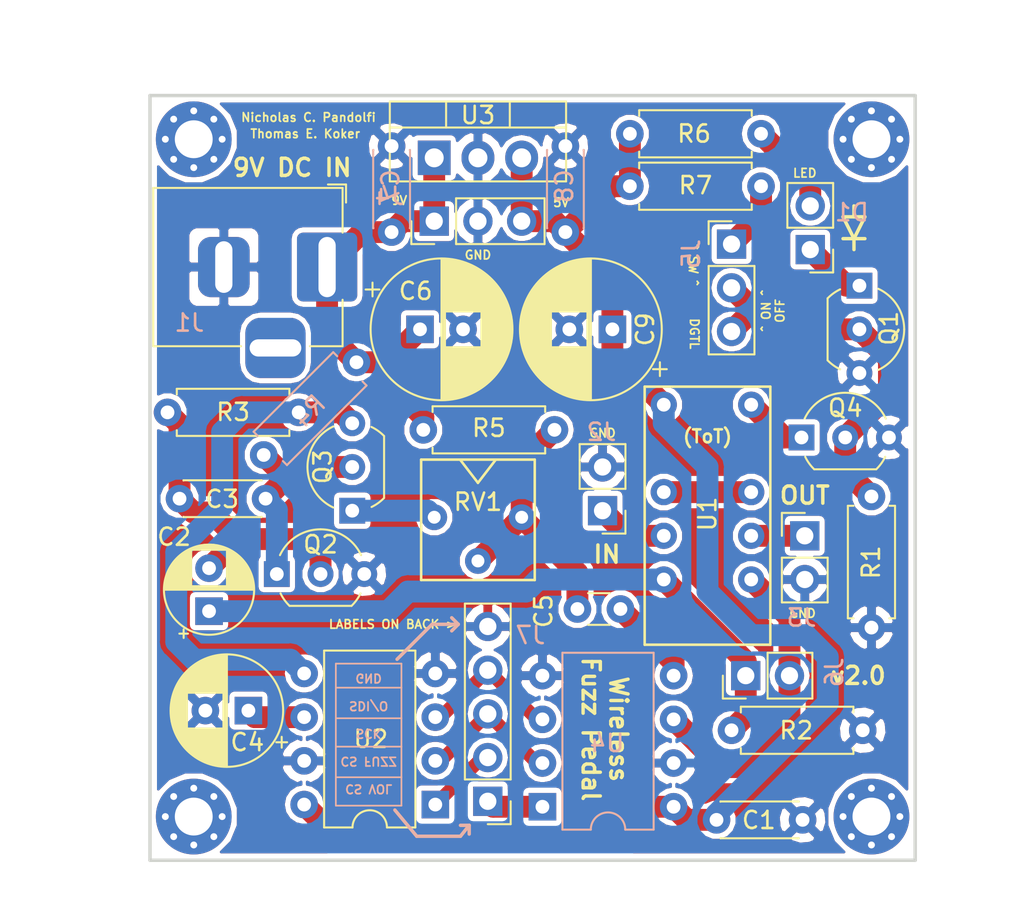
<source format=kicad_pcb>
(kicad_pcb (version 20171130) (host pcbnew "(5.0.2)-1")
  (layers (0 F.Cu signal) (31 B.Cu signal) (34 B.Paste user hide) (35 F.Paste user hide) (36 B.SilkS user) (37 F.SilkS user) (38 B.Mask user) (39 F.Mask user) (44 Edge.Cuts user))
  (net 0 "")
  (net 1 GND)
  (net 2 "Net-(Q3-Pad3)")
  (net 3 "Net-(Q3-Pad1)")
  (net 4 "Net-(D1-Pad1)")
  (net 5 ON-OFF)
  (net 6 "Net-(C2-Pad2)")
  (net 7 "Net-(C3-Pad2)")
  (net 8 "Net-(Q4-Pad1)")
  (net 9 FUZZ_IN)
  (net 10 +9V)
  (net 11 "Net-(C5-Pad1)")
  (net 12 "Net-(D1-Pad2)")
  (net 13 +5V)
  (net 14 "Net-(C4-Pad1)")
  (net 15 FUZZ_OUT)
  (net 16 "Net-(C5-Pad2)")
  (net 17 PASS)
  (net 18 CS_FUZZ)
  (net 19 CS_VOL)
  (net 20 SCK)
  (net 21 SDIO)
  (net 22 IN_T)
  (net 23 OUT_T)
  (net 24 "Net-(J5-Pad1)")
  (module custom_footprints:BarrelJack_Horizontal (layer F.Cu) (at 60.452 44.8945)
    (fp_text reference J1 (at -8.001 3.2385) (layer B.SilkS) (effects (justify mirror)))
    (fp_text value Jack-DC)
    (pad 1 thru_hole roundrect (at 0 0) (size 3.5 4) (drill oval 1 3.5) (layers *.Cu *.Mask) (roundrect_rratio 0.1) (net 10 +9V))
    (pad 2 thru_hole roundrect (at -6 0) (size 3 3.5) (drill oval 1 3) (layers *.Cu *.Mask) (net 1 GND))
    (pad 3 thru_hole roundrect (at -3 4.7) (size 3.5 3.5) (drill oval 3 1) (layers *.Cu *.Mask))
  )
  (module Capacitor_THT:CP_Radial_D5.0mm_P2.50mm (layer F.Cu) (at 53.594 64.897 90)
    (fp_text reference C2 (at 4.318 -2.032) (layer F.SilkS))
    (fp_text value 4.7u)
    (pad 1 thru_hole rect (at 0 0 90) (size 1.6 1.6) (drill 0.8) (layers *.Cu *.Mask) (net 9 FUZZ_IN))
    (pad 2 thru_hole circle (at 2.5 0 90) (size 1.6 1.6) (drill 0.8) (layers *.Cu *.Mask) (net 6 "Net-(C2-Pad2)"))
  )
  (module Capacitor_THT:C_Disc_D4.3mm_W1.9mm_P5.00mm (layer F.Cu) (at 51.8795 58.3565)
    (fp_text reference C3 (at 2.472105 0.02634) (layer F.SilkS))
    (fp_text value 150p)
    (pad 1 thru_hole circle (at 0 0) (size 1.6 1.6) (drill 0.8) (layers *.Cu *.Mask) (net 6 "Net-(C2-Pad2)"))
    (pad 2 thru_hole circle (at 5 0) (size 1.6 1.6) (drill 0.8) (layers *.Cu *.Mask) (net 7 "Net-(C3-Pad2)"))
  )
  (module Capacitor_THT:CP_Radial_D6.3mm_P2.50mm (layer F.Cu) (at 55.88 70.6755 180)
    (fp_text reference C4 (at 0.0635 -1.8415 180) (layer F.SilkS))
    (fp_text value 22u)
    (pad 1 thru_hole rect (at 0 0 180) (size 1.6 1.6) (drill 0.8) (layers *.Cu *.Mask) (net 14 "Net-(C4-Pad1)"))
    (pad 2 thru_hole circle (at 2.5 0 180) (size 1.6 1.6) (drill 0.8) (layers *.Cu *.Mask) (net 1 GND))
  )
  (module Capacitor_THT:C_Disc_D3.0mm_W1.6mm_P2.50mm (layer F.Cu) (at 74.9935 64.77)
    (fp_text reference C5 (at -1.9685 0.127 90) (layer F.SilkS))
    (fp_text value 10n)
    (pad 1 thru_hole circle (at 0 0) (size 1.6 1.6) (drill 0.8) (layers *.Cu *.Mask) (net 11 "Net-(C5-Pad1)"))
    (pad 2 thru_hole circle (at 2.5 0) (size 1.6 1.6) (drill 0.8) (layers *.Cu *.Mask) (net 16 "Net-(C5-Pad2)"))
  )
  (module Capacitor_THT:CP_Radial_D8.0mm_P2.50mm (layer F.Cu) (at 65.8495 48.514)
    (fp_text reference C6 (at -0.254 -2.2225) (layer F.SilkS))
    (fp_text value 47u)
    (pad 2 thru_hole circle (at 2.5 0) (size 1.6 1.6) (drill 0.8) (layers *.Cu *.Mask) (net 1 GND))
    (pad 1 thru_hole rect (at 0 0) (size 1.6 1.6) (drill 0.8) (layers *.Cu *.Mask) (net 10 +9V))
  )
  (module Capacitor_THT:C_Disc_D4.3mm_W1.9mm_P5.00mm (layer B.Cu) (at 64.1985 42.8625 90)
    (fp_text reference C7 (at 2.667 -0.0635 90) (layer B.SilkS) (effects (justify mirror)))
    (fp_text value 1u)
    (pad 1 thru_hole circle (at 0 0 90) (size 1.6 1.6) (drill 0.8) (layers *.Cu *.Mask) (net 10 +9V))
    (pad 2 thru_hole circle (at 5 0 90) (size 1.6 1.6) (drill 0.8) (layers *.Cu *.Mask) (net 1 GND))
  )
  (module Capacitor_THT:C_Disc_D4.3mm_W1.9mm_P5.00mm (layer B.Cu) (at 74.295 42.8625 90)
    (fp_text reference C8 (at 2.667 -0.0635 90) (layer B.SilkS) (effects (justify mirror)))
    (fp_text value 1u)
    (pad 2 thru_hole circle (at 5 0 90) (size 1.6 1.6) (drill 0.8) (layers *.Cu *.Mask) (net 1 GND))
    (pad 1 thru_hole circle (at 0 0 90) (size 1.6 1.6) (drill 0.8) (layers *.Cu *.Mask) (net 13 +5V))
  )
  (module Capacitor_THT:CP_Radial_D8.0mm_P2.50mm (layer F.Cu) (at 77.0255 48.514 180)
    (fp_text reference C9 (at -1.905 0 270) (layer F.SilkS))
    (fp_text value 47u)
    (pad 1 thru_hole rect (at 0 0 180) (size 1.6 1.6) (drill 0.8) (layers *.Cu *.Mask) (net 13 +5V))
    (pad 2 thru_hole circle (at 2.5 0 180) (size 1.6 1.6) (drill 0.8) (layers *.Cu *.Mask) (net 1 GND))
  )
  (module Connector_PinHeader_2.54mm:PinHeader_1x02_P2.54mm_Vertical (layer F.Cu) (at 88.519 43.8785 180)
    (fp_text reference D1 (at -2.413 2.159 180) (layer B.SilkS) (effects (justify mirror)))
    (fp_text value LED_ALT)
    (pad 2 thru_hole oval (at 0 2.54 180) (size 1.7 1.7) (drill 1) (layers *.Cu *.Mask) (net 12 "Net-(D1-Pad2)"))
    (pad 1 thru_hole rect (at 0 0 180) (size 1.7 1.7) (drill 1) (layers *.Cu *.Mask) (net 4 "Net-(D1-Pad1)"))
  )
  (module MountingHole:MountingHole_2.2mm_M2_Pad_Via (layer F.Cu) (at 92.075 37.465)
    (fp_text reference H1 (at 0 0) (layer F.SilkS))
    (fp_text value MountingHole)
    (pad 1 thru_hole circle (at 0 0) (size 4.4 4.4) (drill 2.2) (layers *.Cu *.Mask))
    (pad 1 thru_hole circle (at 1.65 0) (size 0.7 0.7) (drill 0.4) (layers *.Cu *.Mask))
    (pad 1 thru_hole circle (at 1.166726 1.166726) (size 0.7 0.7) (drill 0.4) (layers *.Cu *.Mask))
    (pad 1 thru_hole circle (at 0 1.65) (size 0.7 0.7) (drill 0.4) (layers *.Cu *.Mask))
    (pad 1 thru_hole circle (at -1.166726 1.166726) (size 0.7 0.7) (drill 0.4) (layers *.Cu *.Mask))
    (pad 1 thru_hole circle (at -1.65 0) (size 0.7 0.7) (drill 0.4) (layers *.Cu *.Mask))
    (pad 1 thru_hole circle (at -1.166726 -1.166726) (size 0.7 0.7) (drill 0.4) (layers *.Cu *.Mask))
    (pad 1 thru_hole circle (at 0 -1.65) (size 0.7 0.7) (drill 0.4) (layers *.Cu *.Mask))
    (pad 1 thru_hole circle (at 1.166726 -1.166726) (size 0.7 0.7) (drill 0.4) (layers *.Cu *.Mask))
  )
  (module MountingHole:MountingHole_2.2mm_M2_Pad_Via (layer F.Cu) (at 52.705 37.465)
    (fp_text reference H2 (at 0 0) (layer F.SilkS))
    (fp_text value MountingHole)
    (pad 1 thru_hole circle (at 0 0) (size 4.4 4.4) (drill 2.2) (layers *.Cu *.Mask))
    (pad 1 thru_hole circle (at 1.65 0) (size 0.7 0.7) (drill 0.4) (layers *.Cu *.Mask))
    (pad 1 thru_hole circle (at 1.166726 1.166726) (size 0.7 0.7) (drill 0.4) (layers *.Cu *.Mask))
    (pad 1 thru_hole circle (at 0 1.65) (size 0.7 0.7) (drill 0.4) (layers *.Cu *.Mask))
    (pad 1 thru_hole circle (at -1.166726 1.166726) (size 0.7 0.7) (drill 0.4) (layers *.Cu *.Mask))
    (pad 1 thru_hole circle (at -1.65 0) (size 0.7 0.7) (drill 0.4) (layers *.Cu *.Mask))
    (pad 1 thru_hole circle (at -1.166726 -1.166726) (size 0.7 0.7) (drill 0.4) (layers *.Cu *.Mask))
    (pad 1 thru_hole circle (at 0 -1.65) (size 0.7 0.7) (drill 0.4) (layers *.Cu *.Mask))
    (pad 1 thru_hole circle (at 1.166726 -1.166726) (size 0.7 0.7) (drill 0.4) (layers *.Cu *.Mask))
  )
  (module MountingHole:MountingHole_2.2mm_M2_Pad_Via (layer F.Cu) (at 92.075 76.835)
    (fp_text reference H3 (at -0.0635 0) (layer F.SilkS))
    (fp_text value MountingHole)
    (pad 1 thru_hole circle (at 1.166726 -1.166726) (size 0.7 0.7) (drill 0.4) (layers *.Cu *.Mask))
    (pad 1 thru_hole circle (at 0 -1.65) (size 0.7 0.7) (drill 0.4) (layers *.Cu *.Mask))
    (pad 1 thru_hole circle (at -1.166726 -1.166726) (size 0.7 0.7) (drill 0.4) (layers *.Cu *.Mask))
    (pad 1 thru_hole circle (at -1.65 0) (size 0.7 0.7) (drill 0.4) (layers *.Cu *.Mask))
    (pad 1 thru_hole circle (at -1.166726 1.166726) (size 0.7 0.7) (drill 0.4) (layers *.Cu *.Mask))
    (pad 1 thru_hole circle (at 0 1.65) (size 0.7 0.7) (drill 0.4) (layers *.Cu *.Mask))
    (pad 1 thru_hole circle (at 1.166726 1.166726) (size 0.7 0.7) (drill 0.4) (layers *.Cu *.Mask))
    (pad 1 thru_hole circle (at 1.65 0) (size 0.7 0.7) (drill 0.4) (layers *.Cu *.Mask))
    (pad 1 thru_hole circle (at 0 0) (size 4.4 4.4) (drill 2.2) (layers *.Cu *.Mask))
  )
  (module MountingHole:MountingHole_2.2mm_M2_Pad_Via (layer F.Cu) (at 52.705 76.835)
    (fp_text reference H4 (at 0 0) (layer F.SilkS))
    (fp_text value MountingHole)
    (pad 1 thru_hole circle (at 0 0) (size 4.4 4.4) (drill 2.2) (layers *.Cu *.Mask))
    (pad 1 thru_hole circle (at 1.65 0) (size 0.7 0.7) (drill 0.4) (layers *.Cu *.Mask))
    (pad 1 thru_hole circle (at 1.166726 1.166726) (size 0.7 0.7) (drill 0.4) (layers *.Cu *.Mask))
    (pad 1 thru_hole circle (at 0 1.65) (size 0.7 0.7) (drill 0.4) (layers *.Cu *.Mask))
    (pad 1 thru_hole circle (at -1.166726 1.166726) (size 0.7 0.7) (drill 0.4) (layers *.Cu *.Mask))
    (pad 1 thru_hole circle (at -1.65 0) (size 0.7 0.7) (drill 0.4) (layers *.Cu *.Mask))
    (pad 1 thru_hole circle (at -1.166726 -1.166726) (size 0.7 0.7) (drill 0.4) (layers *.Cu *.Mask))
    (pad 1 thru_hole circle (at 0 -1.65) (size 0.7 0.7) (drill 0.4) (layers *.Cu *.Mask))
    (pad 1 thru_hole circle (at 1.166726 -1.166726) (size 0.7 0.7) (drill 0.4) (layers *.Cu *.Mask))
  )
  (module Connector_PinHeader_2.54mm:PinHeader_1x02_P2.54mm_Vertical (layer F.Cu) (at 76.454 59.055 180)
    (fp_text reference J2 (at 0.0635 4.572) (layer B.SilkS) (effects (justify mirror)))
    (fp_text value Conn_01x02)
    (pad 1 thru_hole rect (at 0 0 180) (size 1.7 1.7) (drill 1) (layers *.Cu *.Mask) (net 22 IN_T))
    (pad 2 thru_hole oval (at 0 2.54 180) (size 1.7 1.7) (drill 1) (layers *.Cu *.Mask) (net 1 GND))
  )
  (module Connector_PinHeader_2.54mm:PinHeader_1x02_P2.54mm_Vertical (layer F.Cu) (at 88.2015 60.5155)
    (fp_text reference J3 (at -0.1905 4.7625 -180) (layer B.SilkS) (effects (justify mirror)))
    (fp_text value Conn_01x02)
    (pad 2 thru_hole oval (at 0 2.54) (size 1.7 1.7) (drill 1) (layers *.Cu *.Mask) (net 1 GND))
    (pad 1 thru_hole rect (at 0 0) (size 1.7 1.7) (drill 1) (layers *.Cu *.Mask) (net 23 OUT_T))
  )
  (module Connector_PinHeader_2.54mm:PinHeader_1x03_P2.54mm_Vertical (layer F.Cu) (at 66.675 42.2275 90)
    (fp_text reference J4 (at 1.4605 -2.6035) (layer B.SilkS) (effects (justify mirror)))
    (fp_text value Conn_01x03)
    (pad 3 thru_hole oval (at 0 5.08 90) (size 1.7 1.7) (drill 1) (layers *.Cu *.Mask) (net 13 +5V))
    (pad 2 thru_hole oval (at 0 2.54 90) (size 1.7 1.7) (drill 1) (layers *.Cu *.Mask) (net 1 GND))
    (pad 1 thru_hole rect (at 0 0 90) (size 1.7 1.7) (drill 1) (layers *.Cu *.Mask) (net 10 +9V))
  )
  (module Connector_PinHeader_2.54mm:PinHeader_1x03_P2.54mm_Vertical (layer F.Cu) (at 83.947 43.561)
    (fp_text reference J5 (at -2.3495 0.5715 -90) (layer B.SilkS) (effects (justify mirror)))
    (fp_text value Conn_01x03)
    (pad 3 thru_hole oval (at 0 5.08) (size 1.7 1.7) (drill 1) (layers *.Cu *.Mask) (net 5 ON-OFF))
    (pad 2 thru_hole oval (at 0 2.54) (size 1.7 1.7) (drill 1) (layers *.Cu *.Mask) (net 5 ON-OFF))
    (pad 1 thru_hole rect (at 0 0) (size 1.7 1.7) (drill 1) (layers *.Cu *.Mask) (net 24 "Net-(J5-Pad1)"))
  )
  (module Connector_PinHeader_2.54mm:PinHeader_1x02_P2.54mm_Vertical (layer F.Cu) (at 84.7725 68.6435 90)
    (fp_text reference J6 (at 0.1905 5.1435 90) (layer B.SilkS) (effects (justify mirror)))
    (fp_text value Conn_01x02)
    (pad 2 thru_hole oval (at 0 2.54 90) (size 1.7 1.7) (drill 1) (layers *.Cu *.Mask) (net 15 FUZZ_OUT))
    (pad 1 thru_hole rect (at 0 0 90) (size 1.7 1.7) (drill 1) (layers *.Cu *.Mask) (net 9 FUZZ_IN))
  )
  (module Package_TO_SOT_THT:TO-92_Inline_Wide (layer F.Cu) (at 91.3765 45.974 270)
    (fp_text reference Q1 (at 2.4765 -1.7145 90) (layer F.SilkS))
    (fp_text value BS170)
    (pad 2 thru_hole circle (at 2.54 0) (size 1.5 1.5) (drill 0.8) (layers *.Cu *.Mask) (net 5 ON-OFF))
    (pad 3 thru_hole circle (at 5.08 0) (size 1.5 1.5) (drill 0.8) (layers *.Cu *.Mask) (net 1 GND))
    (pad 1 thru_hole rect (at 0 0) (size 1.5 1.5) (drill 0.8) (layers *.Cu *.Mask) (net 4 "Net-(D1-Pad1)"))
  )
  (module Package_TO_SOT_THT:TO-92_Inline_Wide (layer F.Cu) (at 57.531 62.738)
    (fp_text reference Q2 (at 2.54 -1.717816) (layer F.SilkS))
    (fp_text value BC548C)
    (pad 1 thru_hole rect (at 0 0 90) (size 1.5 1.5) (drill 0.8) (layers *.Cu *.Mask) (net 7 "Net-(C3-Pad2)"))
    (pad 3 thru_hole circle (at 5.08 0 90) (size 1.5 1.5) (drill 0.8) (layers *.Cu *.Mask) (net 1 GND))
    (pad 2 thru_hole circle (at 2.54 0 90) (size 1.5 1.5) (drill 0.8) (layers *.Cu *.Mask) (net 6 "Net-(C2-Pad2)"))
  )
  (module Package_TO_SOT_THT:TO-92_Inline_Wide (layer F.Cu) (at 61.9125 59.055 90)
    (fp_text reference Q3 (at 2.551688 -1.717816 90) (layer F.SilkS))
    (fp_text value BC548C)
    (pad 2 thru_hole circle (at 2.54 0 180) (size 1.5 1.5) (drill 0.8) (layers *.Cu *.Mask) (net 7 "Net-(C3-Pad2)"))
    (pad 3 thru_hole circle (at 5.08 0 180) (size 1.5 1.5) (drill 0.8) (layers *.Cu *.Mask) (net 2 "Net-(Q3-Pad3)"))
    (pad 1 thru_hole rect (at 0 0 180) (size 1.5 1.5) (drill 0.8) (layers *.Cu *.Mask) (net 3 "Net-(Q3-Pad1)"))
  )
  (module Package_TO_SOT_THT:TO-92_Inline_Wide (layer F.Cu) (at 88.011 54.8005)
    (fp_text reference Q4 (at 2.54 -1.7145 -180) (layer F.SilkS))
    (fp_text value BS170)
    (pad 2 thru_hole circle (at 2.54 0 90) (size 1.5 1.5) (drill 0.8) (layers *.Cu *.Mask) (net 5 ON-OFF))
    (pad 3 thru_hole circle (at 5.08 0 90) (size 1.5 1.5) (drill 0.8) (layers *.Cu *.Mask) (net 1 GND))
    (pad 1 thru_hole rect (at 0 0 90) (size 1.5 1.5) (drill 0.8) (layers *.Cu *.Mask) (net 8 "Net-(Q4-Pad1)"))
  )
  (module Resistor_THT:R_Axial_DIN0207_L6.3mm_D2.5mm_P7.62mm_Horizontal (layer F.Cu) (at 92.075 58.2295 270)
    (fp_text reference R1 (at 3.829999 0.023499 270) (layer F.SilkS))
    (fp_text value 100K)
    (pad 1 thru_hole circle (at 0 0 270) (size 1.6 1.6) (drill 0.8) (layers *.Cu *.Mask) (net 5 ON-OFF))
    (pad 2 thru_hole oval (at 7.62 0 270) (size 1.6 1.6) (drill 0.8) (layers *.Cu *.Mask) (net 1 GND))
  )
  (module Resistor_THT:R_Axial_DIN0207_L6.3mm_D2.5mm_P7.62mm_Horizontal (layer F.Cu) (at 91.567 71.8185 180)
    (fp_text reference R2 (at 3.861499 -0.011501 180) (layer F.SilkS))
    (fp_text value 1M)
    (pad 2 thru_hole oval (at 7.62 0 180) (size 1.6 1.6) (drill 0.8) (layers *.Cu *.Mask) (net 9 FUZZ_IN))
    (pad 1 thru_hole circle (at 0 0 180) (size 1.6 1.6) (drill 0.8) (layers *.Cu *.Mask) (net 1 GND))
  )
  (module Resistor_THT:R_Axial_DIN0207_L6.3mm_D2.5mm_P7.62mm_Horizontal (layer F.Cu) (at 51.181 53.34)
    (fp_text reference R3 (at 3.81 -0.013501) (layer F.SilkS))
    (fp_text value 100K)
    (pad 1 thru_hole circle (at 0 0) (size 1.6 1.6) (drill 0.8) (layers *.Cu *.Mask) (net 6 "Net-(C2-Pad2)"))
    (pad 2 thru_hole oval (at 7.62 0) (size 1.6 1.6) (drill 0.8) (layers *.Cu *.Mask) (net 2 "Net-(Q3-Pad3)"))
  )
  (module Resistor_THT:R_Axial_DIN0207_L6.3mm_D2.5mm_P7.62mm_Horizontal (layer B.Cu) (at 56.769 55.8165 45)
    (fp_text reference R4 (at 3.666999 0.066501 45) (layer B.SilkS) (effects (justify mirror)))
    (fp_text value 33K)
    (pad 1 thru_hole circle (at 0 0 45) (size 1.6 1.6) (drill 0.8) (layers *.Cu *.Mask) (net 7 "Net-(C3-Pad2)"))
    (pad 2 thru_hole oval (at 7.62 0 45) (size 1.6 1.6) (drill 0.8) (layers *.Cu *.Mask) (net 10 +9V))
  )
  (module Resistor_THT:R_Axial_DIN0207_L6.3mm_D2.5mm_P7.62mm_Horizontal (layer F.Cu) (at 66.04 54.356)
    (fp_text reference R5 (at 3.81 -0.105501) (layer F.SilkS))
    (fp_text value 330)
    (pad 2 thru_hole oval (at 7.62 0) (size 1.6 1.6) (drill 0.8) (layers *.Cu *.Mask) (net 11 "Net-(C5-Pad1)"))
    (pad 1 thru_hole circle (at 0 0) (size 1.6 1.6) (drill 0.8) (layers *.Cu *.Mask) (net 10 +9V))
  )
  (module Resistor_THT:R_Axial_DIN0207_L6.3mm_D2.5mm_P7.62mm_Horizontal (layer F.Cu) (at 78.0415 37.1475)
    (fp_text reference R6 (at 3.730499 -0.001001) (layer F.SilkS))
    (fp_text value 4K7)
    (pad 1 thru_hole circle (at 0 0) (size 1.6 1.6) (drill 0.8) (layers *.Cu *.Mask) (net 13 +5V))
    (pad 2 thru_hole oval (at 7.62 0) (size 1.6 1.6) (drill 0.8) (layers *.Cu *.Mask) (net 12 "Net-(D1-Pad2)"))
  )
  (module Resistor_THT:R_Axial_DIN0207_L6.3mm_D2.5mm_P7.62mm_Horizontal (layer F.Cu) (at 85.6615 40.1955 180)
    (fp_text reference R7 (at 3.81 0.047999 180) (layer F.SilkS))
    (fp_text value 1K)
    (pad 2 thru_hole oval (at 7.62 0 180) (size 1.6 1.6) (drill 0.8) (layers *.Cu *.Mask) (net 13 +5V))
    (pad 1 thru_hole circle (at 0 0 180) (size 1.6 1.6) (drill 0.8) (layers *.Cu *.Mask) (net 24 "Net-(J5-Pad1)"))
  )
  (module custom_footprints:3362P (layer F.Cu) (at 69.215 59.436)
    (fp_text reference RV1 (at 0 -0.889) (layer F.SilkS))
    (fp_text value 25K)
    (pad 1 thru_hole circle (at 2.54 0) (size 1.5 1.5) (drill 0.75) (layers *.Cu *.Mask) (net 11 "Net-(C5-Pad1)"))
    (pad 3 thru_hole circle (at -2.54 0) (size 1.5 1.5) (drill 0.75) (layers *.Cu *.Mask) (net 3 "Net-(Q3-Pad1)"))
    (pad 2 thru_hole circle (at 0 2.54) (size 1.5 1.5) (drill 0.75) (layers *.Cu *.Mask) (net 11 "Net-(C5-Pad1)"))
  )
  (module custom_footprints:EC2-5NU_KEMET_Relay (layer F.Cu) (at 82.55 59.2455 270)
    (fp_text reference U1 (at 0 0 270) (layer F.SilkS))
    (fp_text value Non-Latching_DPDT_Relay)
    (pad 8 thru_hole circle (at 3.81 -2.54 270) (size 1.524 1.524) (drill 0.8) (layers *.Cu *.Mask) (net 15 FUZZ_OUT))
    (pad 9 thru_hole circle (at 1.27 -2.54 270) (size 1.524 1.524) (drill 0.8) (layers *.Cu *.Mask) (net 23 OUT_T))
    (pad 10 thru_hole circle (at -1.27 -2.54 270) (size 1.524 1.524) (drill 0.8) (layers *.Cu *.Mask) (net 17 PASS))
    (pad 5 thru_hole circle (at 3.81 2.54 270) (size 1.524 1.524) (drill 0.8) (layers *.Cu *.Mask) (net 9 FUZZ_IN))
    (pad 4 thru_hole circle (at 1.27 2.54 270) (size 1.524 1.524) (drill 0.8) (layers *.Cu *.Mask) (net 22 IN_T))
    (pad 3 thru_hole circle (at -1.27 2.54 270) (size 1.524 1.524) (drill 0.8) (layers *.Cu *.Mask) (net 17 PASS))
    (pad 12 thru_hole circle (at -6.35 -2.54 270) (size 1.524 1.524) (drill 0.8) (layers *.Cu *.Mask) (net 8 "Net-(Q4-Pad1)"))
    (pad 1 thru_hole circle (at -6.35 2.54 270) (size 1.524 1.524) (drill 0.8) (layers *.Cu *.Mask) (net 13 +5V))
  )
  (module Package_DIP:DIP-8_W7.62mm (layer F.Cu) (at 66.7385 76.1365 180)
    (fp_text reference U2 (at 3.7465 3.81 180) (layer F.SilkS))
    (fp_text value MCP4161)
    (pad 8 thru_hole oval (at 7.62 0 180) (size 1.6 1.6) (drill 0.8) (layers *.Cu *.Mask) (net 13 +5V))
    (pad 4 thru_hole oval (at 0 7.62 180) (size 1.6 1.6) (drill 0.8) (layers *.Cu *.Mask) (net 1 GND))
    (pad 7 thru_hole oval (at 7.62 2.54 180) (size 1.6 1.6) (drill 0.8) (layers *.Cu *.Mask) (net 1 GND))
    (pad 3 thru_hole oval (at 0 5.08 180) (size 1.6 1.6) (drill 0.8) (layers *.Cu *.Mask) (net 21 SDIO))
    (pad 6 thru_hole oval (at 7.62 5.08 180) (size 1.6 1.6) (drill 0.8) (layers *.Cu *.Mask) (net 14 "Net-(C4-Pad1)"))
    (pad 2 thru_hole oval (at 0 2.54 180) (size 1.6 1.6) (drill 0.8) (layers *.Cu *.Mask) (net 20 SCK))
    (pad 5 thru_hole oval (at 7.62 7.62 180) (size 1.6 1.6) (drill 0.8) (layers *.Cu *.Mask) (net 2 "Net-(Q3-Pad3)"))
    (pad 1 thru_hole rect (at 0 0 180) (size 1.6 1.6) (drill 0.8) (layers *.Cu *.Mask) (net 18 CS_FUZZ))
  )
  (module Package_DIP:DIP-8_W7.62mm (layer B.Cu) (at 72.9615 76.2635)
    (fp_text reference U4 (at 3.751499 -3.695499) (layer B.SilkS) (effects (justify mirror)))
    (fp_text value MCP4161)
    (pad 1 thru_hole rect (at 0 0) (size 1.6 1.6) (drill 0.8) (layers *.Cu *.Mask) (net 19 CS_VOL))
    (pad 5 thru_hole oval (at 7.62 -7.62) (size 1.6 1.6) (drill 0.8) (layers *.Cu *.Mask) (net 16 "Net-(C5-Pad2)"))
    (pad 2 thru_hole oval (at 0 -2.54) (size 1.6 1.6) (drill 0.8) (layers *.Cu *.Mask) (net 20 SCK))
    (pad 6 thru_hole oval (at 7.62 -5.08) (size 1.6 1.6) (drill 0.8) (layers *.Cu *.Mask) (net 15 FUZZ_OUT))
    (pad 3 thru_hole oval (at 0 -5.08) (size 1.6 1.6) (drill 0.8) (layers *.Cu *.Mask) (net 21 SDIO))
    (pad 7 thru_hole oval (at 7.62 -2.54) (size 1.6 1.6) (drill 0.8) (layers *.Cu *.Mask) (net 1 GND))
    (pad 4 thru_hole oval (at 0 -7.62) (size 1.6 1.6) (drill 0.8) (layers *.Cu *.Mask) (net 1 GND))
    (pad 8 thru_hole oval (at 7.62 0) (size 1.6 1.6) (drill 0.8) (layers *.Cu *.Mask) (net 13 +5V))
  )
  (module Package_TO_SOT_THT:TO-220-3_Vertical (layer F.Cu) (at 66.675 38.5445)
    (fp_text reference U3 (at 2.54 -2.4765) (layer F.SilkS))
    (fp_text value L7805)
    (pad 1 thru_hole rect (at 0 0) (size 1.905 2) (drill 1.1) (layers *.Cu *.Mask) (net 10 +9V))
    (pad 2 thru_hole oval (at 2.54 0) (size 1.905 2) (drill 1.1) (layers *.Cu *.Mask) (net 1 GND))
    (pad 3 thru_hole oval (at 5.08 0) (size 1.905 2) (drill 1.1) (layers *.Cu *.Mask) (net 13 +5V))
  )
  (module Capacitor_THT:C_Disc_D4.3mm_W1.9mm_P5.00mm (layer F.Cu) (at 88.0745 77.0255 180)
    (fp_text reference C1 (at 2.544499 -0.018501 180) (layer F.SilkS))
    (fp_text value 1u)
    (pad 2 thru_hole circle (at 5 0 180) (size 1.6 1.6) (drill 0.8) (layers *.Cu *.Mask) (net 13 +5V))
    (pad 1 thru_hole circle (at 0 0 180) (size 1.6 1.6) (drill 0.8) (layers *.Cu *.Mask) (net 1 GND))
  )
  (module Connector_PinHeader_2.54mm:PinHeader_1x05_P2.54mm_Vertical (layer F.Cu) (at 69.7865 75.946 180)
    (fp_text reference J7 (at -2.4765 9.652 180) (layer B.SilkS) (effects (justify mirror)))
    (fp_text value Conn_01x05)
    (pad 1 thru_hole rect (at 0 0 180) (size 1.7 1.7) (drill 1) (layers *.Cu *.Mask) (net 19 CS_VOL))
    (pad 2 thru_hole oval (at 0 2.54 180) (size 1.7 1.7) (drill 1) (layers *.Cu *.Mask) (net 18 CS_FUZZ))
    (pad 3 thru_hole oval (at 0 5.08 180) (size 1.7 1.7) (drill 1) (layers *.Cu *.Mask) (net 20 SCK))
    (pad 4 thru_hole oval (at 0 7.62 180) (size 1.7 1.7) (drill 1) (layers *.Cu *.Mask) (net 21 SDIO))
    (pad 5 thru_hole oval (at 0 10.16 180) (size 1.7 1.7) (drill 1) (layers *.Cu *.Mask) (net 1 GND))
  )
  (gr_text v2.0 (at 91.313 68.6435) (layer F.SilkS) (effects (font (size 1 1) (thickness 0.2))))
  (gr_text DGTL (at 81.788 48.768 270) (layer F.SilkS) (effects (font (size 0.5 0.5) (thickness 0.1))))
  (gr_text "(ToT)" (at 82.55 54.737) (layer F.SilkS) (effects (font (size 0.75 0.75))))
  (gr_text "Wireless\nFuzz Pedal" (at 76.581 71.755 270) (layer F.SilkS) (effects (font (size 1 1) (thickness 0.2))))
  (gr_line (start 68.707 77.343) (end 68.707 77.851) (layer B.SilkS) (width 0.2))
  (gr_line (start 68.707 77.343) (end 68.199 77.343) (layer B.SilkS) (width 0.2))
  (gr_line (start 68.199 77.978) (end 68.707 77.343) (layer B.SilkS) (width 0.2))
  (gr_line (start 65.659 77.978) (end 68.199 77.978) (layer B.SilkS) (width 0.2))
  (gr_line (start 64.389 76.454) (end 65.659 77.978) (layer B.SilkS) (width 0.2))
  (gr_line (start 68.072 65.659) (end 67.691 66.04) (layer B.SilkS) (width 0.2))
  (gr_line (start 68.072 65.659) (end 67.691 65.278) (layer B.SilkS) (width 0.2))
  (gr_line (start 66.548 65.659) (end 68.072 65.659) (layer B.SilkS) (width 0.2))
  (gr_line (start 64.516 67.691) (end 66.548 65.659) (layer B.SilkS) (width 0.2))
  (gr_line (start 60.96 74.549) (end 64.77 74.549) (layer B.SilkS) (width 0.1))
  (gr_line (start 60.96 72.771) (end 64.77 72.771) (layer B.SilkS) (width 0.1))
  (gr_line (start 60.96 71.12) (end 64.77 71.12) (layer B.SilkS) (width 0.1))
  (gr_line (start 60.96 69.342) (end 64.77 69.342) (layer B.SilkS) (width 0.1))
  (gr_line (start 64.77 76.2) (end 60.96 76.2) (layer B.SilkS) (width 0.1))
  (gr_line (start 64.77 67.945) (end 64.77 76.2) (layer B.SilkS) (width 0.1))
  (gr_line (start 60.96 67.945) (end 64.77 67.945) (layer B.SilkS) (width 0.1))
  (gr_line (start 60.96 76.2) (end 60.96 67.945) (layer B.SilkS) (width 0.1))
  (gr_text "^ SW ^" (at 81.7245 44.7675 270) (layer F.SilkS) (effects (font (size 0.5 0.5) (thickness 0.1))))
  (gr_text "9V DC IN" (at 58.42 39.116) (layer F.SilkS) (effects (font (size 1 1) (thickness 0.2))))
  (gr_text "CS VOL\n\nCS FUZZ\n\nSCK\n\nSDI/O\n\nGND" (at 62.865 72.009 180) (layer B.SilkS) (effects (font (size 0.5 0.5) (thickness 0.1)) (justify mirror)))
  (gr_text 9V (at 64.643 41.021) (layer F.SilkS) (effects (font (size 0.5 0.5) (thickness 0.1))))
  (gr_text 5V (at 74.041 41.148) (layer F.SilkS) (effects (font (size 0.5 0.5) (thickness 0.1))))
  (gr_text GND (at 69.215 44.196) (layer F.SilkS) (effects (font (size 0.5 0.5) (thickness 0.1))))
  (gr_text GND (at 76.454 54.5465) (layer F.SilkS) (effects (font (size 0.5 0.5) (thickness 0.1))))
  (gr_text GND (at 88.0745 65.024) (layer F.SilkS) (effects (font (size 0.5 0.5) (thickness 0.1))))
  (gr_text IN (at 76.708 61.595) (layer F.SilkS) (effects (font (size 1 1) (thickness 0.2))))
  (gr_text OUT (at 88.2015 58.166) (layer F.SilkS) (effects (font (size 1 1) (thickness 0.2))))
  (gr_line (start 90.424 43.2435) (end 91.694 43.2435) (layer F.SilkS) (width 0.2))
  (gr_line (start 91.694 41.9735) (end 91.059 43.2435) (layer F.SilkS) (width 0.2))
  (gr_line (start 90.424 41.9735) (end 91.694 41.9735) (layer F.SilkS) (width 0.2))
  (gr_line (start 91.059 43.2435) (end 90.424 41.9735) (layer F.SilkS) (width 0.2))
  (gr_line (start 91.059 43.8785) (end 91.059 43.2435) (layer F.SilkS) (width 0.2))
  (gr_line (start 91.059 41.3385) (end 91.059 41.9735) (layer F.SilkS) (width 0.2))
  (gr_text "LABELS ON BACK >" (at 64.262 65.659) (layer F.SilkS) (effects (font (size 0.5 0.5) (thickness 0.1))))
  (gr_text "^ ON ^\nOFF" (at 86.36 47.4345 90) (layer F.SilkS) (effects (font (size 0.5 0.5) (thickness 0.1))))
  (gr_text LED (at 88.2015 39.4335) (layer F.SilkS) (effects (font (size 0.5 0.5) (thickness 0.1))))
  (gr_text "Thomas E. Koker" (at 59.182 37.1475) (layer F.SilkS) (effects (font (size 0.5 0.5) (thickness 0.1))))
  (gr_text "Nicholas C. Pandolfi" (at 59.3725 36.195) (layer F.SilkS) (effects (font (size 0.5 0.5) (thickness 0.1))))
  (gr_line (start 50.165 34.925) (end 94.615 34.925) (layer Edge.Cuts) (width 0.2))
  (gr_line (start 50.165 79.375) (end 50.165 34.925) (layer Edge.Cuts) (width 0.2))
  (gr_line (start 94.615 79.375) (end 50.165 79.375) (layer Edge.Cuts) (width 0.2))
  (gr_line (start 94.615 34.925) (end 94.615 79.375) (layer Edge.Cuts) (width 0.2))
  (segment (start 61.2775 53.34) (end 61.9125 53.975) (width 1.27) (layer F.Cu) (net 2))
  (segment (start 58.801 53.34) (end 61.2775 53.34) (width 1.27) (layer F.Cu) (net 2))
  (segment (start 57.66963 53.34) (end 58.801 53.34) (width 1.27) (layer B.Cu) (net 2))
  (segment (start 55.499 53.34) (end 57.66963 53.34) (width 1.27) (layer B.Cu) (net 2))
  (segment (start 58.318501 67.716501) (end 52.730501 67.716501) (width 1.27) (layer B.Cu) (net 2))
  (segment (start 59.1185 68.5165) (end 58.318501 67.716501) (width 1.27) (layer B.Cu) (net 2))
  (segment (start 54.356 54.483) (end 55.499 53.34) (width 1.27) (layer B.Cu) (net 2))
  (segment (start 52.730501 67.716501) (end 51.689 66.675) (width 1.27) (layer B.Cu) (net 2))
  (segment (start 51.689 66.675) (end 51.689 61.468) (width 1.27) (layer B.Cu) (net 2))
  (segment (start 51.689 61.468) (end 54.356 58.801) (width 1.27) (layer B.Cu) (net 2))
  (segment (start 54.356 58.801) (end 54.356 54.483) (width 1.27) (layer B.Cu) (net 2))
  (segment (start 66.294 59.055) (end 66.675 59.436) (width 1.27) (layer B.Cu) (net 3))
  (segment (start 61.9125 59.055) (end 66.294 59.055) (width 1.27) (layer B.Cu) (net 3))
  (segment (start 90.6145 45.974) (end 88.519 43.8785) (width 1.27) (layer F.Cu) (net 4))
  (segment (start 91.3765 45.974) (end 90.6145 45.974) (width 1.27) (layer F.Cu) (net 4))
  (segment (start 91.3765 48.514) (end 88.265 48.514) (width 1.27) (layer F.Cu) (net 5))
  (segment (start 88.265 48.514) (end 87.122 47.371) (width 1.27) (layer F.Cu) (net 5))
  (segment (start 85.217 47.371) (end 83.947 48.641) (width 1.27) (layer F.Cu) (net 5))
  (segment (start 87.122 47.371) (end 85.217 47.371) (width 1.27) (layer F.Cu) (net 5))
  (segment (start 85.217 47.371) (end 83.947 46.101) (width 1.27) (layer F.Cu) (net 5))
  (segment (start 90.551 56.7055) (end 92.075 58.2295) (width 1.27) (layer F.Cu) (net 5))
  (segment (start 90.551 54.8005) (end 90.551 56.7055) (width 1.27) (layer F.Cu) (net 5))
  (segment (start 92.126499 49.263999) (end 91.3765 48.514) (width 1.27) (layer F.Cu) (net 5))
  (segment (start 93.091 50.2285) (end 92.126499 49.263999) (width 1.27) (layer F.Cu) (net 5))
  (segment (start 90.551 54.8005) (end 93.091 52.2605) (width 1.27) (layer F.Cu) (net 5))
  (segment (start 93.091 52.2605) (end 93.091 50.2285) (width 1.27) (layer F.Cu) (net 5))
  (segment (start 51.8795 54.0385) (end 51.181 53.34) (width 1.27) (layer F.Cu) (net 6))
  (segment (start 51.8795 58.3565) (end 51.8795 54.0385) (width 1.27) (layer F.Cu) (net 6))
  (segment (start 60.071 61.67734) (end 59.09966 60.706) (width 1.27) (layer F.Cu) (net 6))
  (segment (start 60.071 62.738) (end 60.071 61.67734) (width 1.27) (layer F.Cu) (net 6))
  (segment (start 55.285 60.706) (end 53.594 62.397) (width 1.27) (layer F.Cu) (net 6))
  (segment (start 59.09966 60.706) (end 55.285 60.706) (width 1.27) (layer F.Cu) (net 6))
  (segment (start 53.735499 59.156499) (end 55.285 60.706) (width 1.27) (layer F.Cu) (net 6))
  (segment (start 52.679499 59.156499) (end 53.735499 59.156499) (width 1.27) (layer F.Cu) (net 6))
  (segment (start 51.8795 58.3565) (end 52.679499 59.156499) (width 1.27) (layer F.Cu) (net 6))
  (segment (start 60.85184 56.515) (end 60.34384 57.023) (width 1.27) (layer F.Cu) (net 7))
  (segment (start 61.9125 56.515) (end 60.85184 56.515) (width 1.27) (layer F.Cu) (net 7))
  (segment (start 57.9755 57.023) (end 56.769 55.8165) (width 1.27) (layer F.Cu) (net 7))
  (segment (start 60.34384 57.023) (end 57.9755 57.023) (width 1.27) (layer F.Cu) (net 7))
  (segment (start 57.9755 57.2605) (end 57.9755 57.023) (width 1.27) (layer F.Cu) (net 7))
  (segment (start 56.8795 58.3565) (end 57.9755 57.2605) (width 1.27) (layer F.Cu) (net 7))
  (segment (start 57.531 59.008) (end 56.8795 58.3565) (width 1.27) (layer B.Cu) (net 7))
  (segment (start 57.531 62.738) (end 57.531 59.008) (width 1.27) (layer B.Cu) (net 7))
  (segment (start 86.995 54.8005) (end 85.09 52.8955) (width 1.27) (layer F.Cu) (net 8))
  (segment (start 88.011 54.8005) (end 86.995 54.8005) (width 1.27) (layer F.Cu) (net 8))
  (segment (start 84.7725 67.818) (end 80.01 63.0555) (width 1.27) (layer F.Cu) (net 9))
  (segment (start 84.7725 68.6435) (end 84.7725 67.818) (width 1.27) (layer F.Cu) (net 9))
  (segment (start 84.7725 70.993) (end 83.947 71.8185) (width 1.27) (layer F.Cu) (net 9))
  (segment (start 84.7725 68.6435) (end 84.7725 70.993) (width 1.27) (layer F.Cu) (net 9))
  (segment (start 78.93237 63.0555) (end 80.01 63.0555) (width 1.27) (layer B.Cu) (net 9))
  (segment (start 72.7075 63.0555) (end 78.93237 63.0555) (width 1.27) (layer B.Cu) (net 9))
  (segment (start 72.009 63.754) (end 72.7075 63.0555) (width 1.27) (layer B.Cu) (net 9))
  (segment (start 65.151 63.754) (end 72.009 63.754) (width 1.27) (layer B.Cu) (net 9))
  (segment (start 53.594 64.897) (end 64.008 64.897) (width 1.27) (layer B.Cu) (net 9))
  (segment (start 64.008 64.897) (end 65.151 63.754) (width 1.27) (layer B.Cu) (net 9))
  (segment (start 62.484 42.8625) (end 60.452 44.8945) (width 1.27) (layer F.Cu) (net 10))
  (segment (start 64.1985 42.8625) (end 62.484 42.8625) (width 1.27) (layer F.Cu) (net 10))
  (segment (start 64.8335 42.2275) (end 64.1985 42.8625) (width 1.27) (layer F.Cu) (net 10))
  (segment (start 66.675 42.2275) (end 64.8335 42.2275) (width 1.27) (layer F.Cu) (net 10))
  (segment (start 66.675 42.2275) (end 66.675 38.5445) (width 1.27) (layer F.Cu) (net 10))
  (segment (start 60.452 48.723192) (end 62.157154 50.428346) (width 1.27) (layer F.Cu) (net 10))
  (segment (start 60.452 44.8945) (end 60.452 48.723192) (width 1.27) (layer F.Cu) (net 10))
  (segment (start 63.935154 50.428346) (end 65.8495 48.514) (width 1.27) (layer F.Cu) (net 10))
  (segment (start 62.157154 50.428346) (end 63.935154 50.428346) (width 1.27) (layer F.Cu) (net 10))
  (segment (start 66.04 53.594) (end 66.04 54.356) (width 1.27) (layer F.Cu) (net 10))
  (segment (start 65.151 52.705) (end 66.04 53.594) (width 1.27) (layer F.Cu) (net 10))
  (segment (start 63.935154 50.428346) (end 65.151 51.644192) (width 1.27) (layer F.Cu) (net 10))
  (segment (start 65.151 51.644192) (end 65.151 52.705) (width 1.27) (layer F.Cu) (net 10))
  (segment (start 69.215 61.976) (end 71.755 59.436) (width 1.27) (layer F.Cu) (net 11))
  (segment (start 71.755 56.261) (end 73.66 54.356) (width 1.27) (layer F.Cu) (net 11))
  (segment (start 71.755 59.436) (end 71.755 56.261) (width 1.27) (layer F.Cu) (net 11))
  (segment (start 74.9935 62.6745) (end 71.755 59.436) (width 1.27) (layer F.Cu) (net 11))
  (segment (start 74.9935 64.77) (end 74.9935 62.6745) (width 1.27) (layer F.Cu) (net 11))
  (segment (start 88.519 40.005) (end 85.6615 37.1475) (width 1.27) (layer F.Cu) (net 12))
  (segment (start 88.519 41.3385) (end 88.519 40.005) (width 1.27) (layer F.Cu) (net 12))
  (segment (start 71.755 38.5445) (end 71.755 42.2275) (width 1.27) (layer F.Cu) (net 13))
  (segment (start 73.66 42.2275) (end 74.295 42.8625) (width 1.27) (layer F.Cu) (net 13))
  (segment (start 71.755 42.2275) (end 73.66 42.2275) (width 1.27) (layer F.Cu) (net 13))
  (segment (start 76.962 40.1955) (end 74.295 42.8625) (width 1.27) (layer F.Cu) (net 13))
  (segment (start 78.0415 40.1955) (end 76.962 40.1955) (width 1.27) (layer F.Cu) (net 13))
  (segment (start 78.0415 40.1955) (end 78.0415 37.1475) (width 1.27) (layer F.Cu) (net 13))
  (segment (start 77.0255 45.593) (end 74.295 42.8625) (width 1.27) (layer F.Cu) (net 13))
  (segment (start 77.0255 48.514) (end 77.0255 45.593) (width 1.27) (layer F.Cu) (net 13))
  (segment (start 77.0255 49.911) (end 80.01 52.8955) (width 1.27) (layer F.Cu) (net 13))
  (segment (start 77.0255 48.514) (end 77.0255 49.911) (width 1.27) (layer F.Cu) (net 13))
  (segment (start 80.7085 76.3905) (end 80.5815 76.2635) (width 1.27) (layer F.Cu) (net 13))
  (segment (start 81.3435 77.0255) (end 80.5815 76.2635) (width 1.27) (layer F.Cu) (net 13))
  (segment (start 83.0745 77.0255) (end 81.3435 77.0255) (width 1.27) (layer F.Cu) (net 13))
  (segment (start 79.45013 76.2635) (end 77.60863 78.105) (width 1.27) (layer F.Cu) (net 13))
  (segment (start 80.5815 76.2635) (end 79.45013 76.2635) (width 1.27) (layer F.Cu) (net 13))
  (segment (start 61.087 78.105) (end 59.1185 76.1365) (width 1.27) (layer F.Cu) (net 13))
  (segment (start 77.60863 78.105) (end 61.087 78.105) (width 1.27) (layer F.Cu) (net 13))
  (segment (start 83.0745 76.6915) (end 83.0745 77.0255) (width 1.27) (layer B.Cu) (net 13))
  (segment (start 89.535 70.231) (end 83.0745 76.6915) (width 1.27) (layer B.Cu) (net 13))
  (segment (start 89.535 67.564) (end 89.535 70.231) (width 1.27) (layer B.Cu) (net 13))
  (segment (start 80.01 52.8955) (end 80.01 53.97313) (width 1.27) (layer B.Cu) (net 13))
  (segment (start 82.55 56.51313) (end 82.55 63.754) (width 1.27) (layer B.Cu) (net 13))
  (segment (start 82.55 63.754) (end 85.09 66.294) (width 1.27) (layer B.Cu) (net 13))
  (segment (start 80.01 53.97313) (end 82.55 56.51313) (width 1.27) (layer B.Cu) (net 13))
  (segment (start 85.09 66.294) (end 88.265 66.294) (width 1.27) (layer B.Cu) (net 13))
  (segment (start 88.265 66.294) (end 89.535 67.564) (width 1.27) (layer B.Cu) (net 13))
  (segment (start 56.261 71.0565) (end 55.88 70.6755) (width 1.27) (layer F.Cu) (net 14))
  (segment (start 59.1185 71.0565) (end 56.261 71.0565) (width 1.27) (layer F.Cu) (net 14))
  (segment (start 87.3125 65.278) (end 85.09 63.0555) (width 1.27) (layer F.Cu) (net 15))
  (segment (start 87.3125 68.6435) (end 87.3125 65.278) (width 1.27) (layer F.Cu) (net 15))
  (segment (start 87.3125 69.845581) (end 87.3125 68.6435) (width 1.27) (layer F.Cu) (net 15))
  (segment (start 87.3125 71.3105) (end 87.3125 69.845581) (width 1.27) (layer F.Cu) (net 15))
  (segment (start 84.66383 73.95917) (end 87.3125 71.3105) (width 1.27) (layer F.Cu) (net 15))
  (segment (start 80.5815 71.1835) (end 83.35717 73.95917) (width 1.27) (layer F.Cu) (net 15))
  (segment (start 83.35717 73.95917) (end 84.66383 73.95917) (width 1.27) (layer F.Cu) (net 15))
  (segment (start 80.5815 67.858) (end 77.4935 64.77) (width 1.27) (layer F.Cu) (net 16))
  (segment (start 80.5815 68.6435) (end 80.5815 67.858) (width 1.27) (layer F.Cu) (net 16))
  (segment (start 85.09 57.9755) (end 80.01 57.9755) (width 1.27) (layer F.Cu) (net 17))
  (segment (start 69.469 73.406) (end 66.7385 76.1365) (width 0.762) (layer F.Cu) (net 18))
  (segment (start 69.7865 73.406) (end 69.469 73.406) (width 0.762) (layer F.Cu) (net 18))
  (segment (start 70.104 76.2635) (end 69.7865 75.946) (width 1.27) (layer F.Cu) (net 19))
  (segment (start 72.9615 76.2635) (end 70.104 76.2635) (width 1.27) (layer F.Cu) (net 19))
  (segment (start 72.644 73.7235) (end 69.7865 70.866) (width 0.762) (layer F.Cu) (net 20))
  (segment (start 72.9615 73.7235) (end 72.644 73.7235) (width 0.762) (layer F.Cu) (net 20))
  (segment (start 67.056 73.5965) (end 69.7865 70.866) (width 0.762) (layer F.Cu) (net 20))
  (segment (start 66.7385 73.5965) (end 67.056 73.5965) (width 0.762) (layer F.Cu) (net 20))
  (segment (start 67.056 71.0565) (end 69.7865 68.326) (width 0.762) (layer F.Cu) (net 21))
  (segment (start 66.7385 71.0565) (end 67.056 71.0565) (width 0.762) (layer F.Cu) (net 21))
  (segment (start 72.644 71.1835) (end 69.7865 68.326) (width 0.762) (layer F.Cu) (net 21))
  (segment (start 72.9615 71.1835) (end 72.644 71.1835) (width 0.762) (layer F.Cu) (net 21))
  (segment (start 77.9145 60.5155) (end 76.454 59.055) (width 1.27) (layer F.Cu) (net 22))
  (segment (start 80.01 60.5155) (end 77.9145 60.5155) (width 1.27) (layer F.Cu) (net 22))
  (segment (start 85.09 60.5155) (end 88.2015 60.5155) (width 1.27) (layer F.Cu) (net 23))
  (segment (start 85.6615 41.8465) (end 83.947 43.561) (width 1.27) (layer F.Cu) (net 24))
  (segment (start 85.6615 40.1955) (end 85.6615 41.8465) (width 1.27) (layer F.Cu) (net 24))
  (zone (net 1) (net_name GND) (layer F.Cu) (connect_pads (clearance 0.3048)) (min_thickness 0.1524) (fill yes (arc_segments 16) (thermal_gap 0.508) (thermal_bridge_width 0.508))
    (polygon (pts (xy 50.165 34.925) (xy 94.615 34.925) (xy 94.615 79.375) (xy 50.165 79.375)))
  )
  (zone (net 1) (net_name GND) (layer B.Cu) (connect_pads (clearance 0.3048)) (min_thickness 0.1524) (fill yes (arc_segments 16) (thermal_gap 0.508) (thermal_bridge_width 0.508))
    (polygon (pts (xy 50.165 34.925) (xy 94.615 34.925) (xy 94.615 79.375) (xy 50.165 79.375)))
  )
)
</source>
